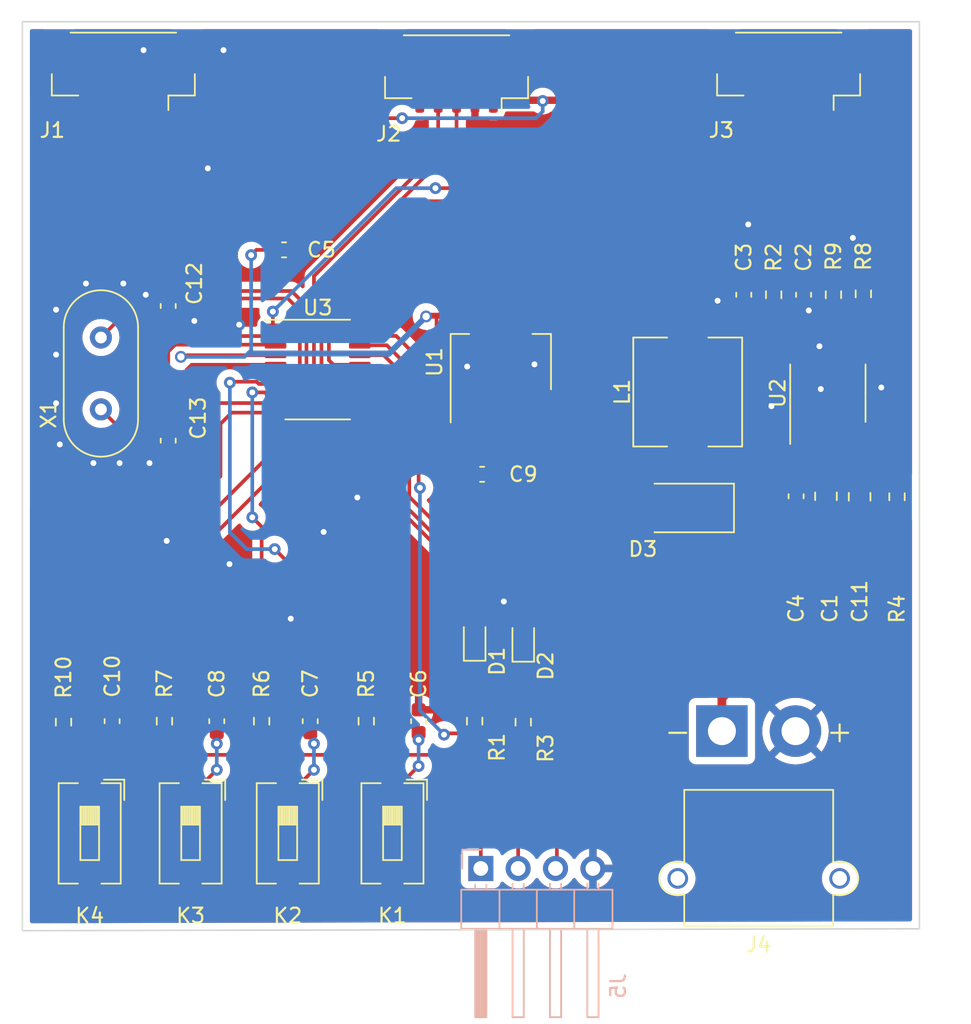
<source format=kicad_pcb>
(kicad_pcb (version 20211014) (generator pcbnew)
  (layers (0 "F.Cu" signal) (31 "B.Cu" signal) (34 "B.Paste" user) (35 "F.Paste" user) (36 "B.SilkS" user "B.Silkscreen") (37 "F.SilkS" user "F.Silkscreen") (38 "B.Mask" user) (39 "F.Mask" user) (44 "Edge.Cuts" user))
  (net 0 "")
  (net 1 "GND")
  (net 2 "+24V")
  (net 3 "Net-(C2-Pad2)")
  (net 4 "Net-(C3-Pad1)")
  (net 5 "Net-(C4-Pad1)")
  (net 6 "Net-(C4-Pad2)")
  (net 7 "+3V3")
  (net 8 "/KEY1")
  (net 9 "/KEY2")
  (net 10 "/KEY3")
  (net 11 "+5V")
  (net 12 "Net-(C10-Pad2)")
  (net 13 "Net-(C12-Pad2)")
  (net 14 "Net-(C13-Pad2)")
  (net 15 "Net-(D1-Pad1)")
  (net 16 "/LED1")
  (net 17 "Net-(D2-Pad1)")
  (net 18 "/SWDIO")
  (net 19 "/SWCLK")
  (net 20 "Net-(R4-Pad1)")
  (net 21 "Net-(R8-Pad2)")
  (net 23 "/SENSOR3")
  (net 24 "/SENSOR1")
  (net 25 "/SENSOR2")
  (net 26 "/PWM1")
  (net 27 "/PWM2")
  (net 28 "/PWM3")
  (net 29 "/PWM4")
  (net 30 "/PWM5")
  (net 31 "/PWM6")
  (footprint "Capacitor_SMD:C_0805_2012Metric" (layer "F.Cu") (at 182.626 113.506 90)
    (fp_text reference "C1")
    (fp_text value "47uF")
  )
  (footprint "Connector_JST:JST_GH_SM05B-GHS-TB_1x05-1MP_P1.25mm_Horizontal" (layer "F.Cu") (at 180.086 84.582 180)
    (fp_text reference "J3")
    (fp_text value "OUTPUT3")
  )
  (footprint "Package_SO:HSOP-8-1EP_3.9x4.9mm_P1.27mm_EP2.41x3.1mm" (layer "F.Cu") (at 182.753 106.504 90)
    (fp_text reference "U2")
    (fp_text value "TPS54540")
  )
  (footprint "Connector_AMASS:AMASS_XT30PW-M_1x02_P2.50mm_Horizontal" (layer "F.Cu") (at 175.554 129.453 180)
    (fp_text reference "J4")
    (fp_text value "Conn_01x02")
  )
  (footprint "Connector_JST:JST_GH_SM05B-GHS-TB_1x05-1MP_P1.25mm_Horizontal" (layer "F.Cu") (at 157.52 84.764 180)
    (fp_text reference "J2")
    (fp_text value "OUTPUT2")
  )
  (footprint "Capacitor_SMD:C_0603_1608Metric" (layer "F.Cu") (at 177.038 99.822 90)
    (fp_text reference "C3")
    (fp_text value "6.8pF")
  )
  (footprint "Diode_SMD:D_SMA" (layer "F.Cu") (at 172.974 114.3 180)
    (fp_text reference "D3")
    (fp_text value "1N4007")
  )
  (footprint "Capacitor_SMD:C_0603_1608Metric" (layer "F.Cu") (at 159.258 112.014 180)
    (fp_text reference "C9")
    (fp_text value "47uF")
  )
  (footprint "Package_TO_SOT_SMD:SOT-223-3_TabPin2" (layer "F.Cu") (at 160.528 104.394 90)
    (fp_text reference "U1")
    (fp_text value "AMS1117-3.3")
  )
  (footprint "Resistor_SMD:R_0603_1608Metric" (layer "F.Cu") (at 137.668 128.778 90)
    (fp_text reference "R7")
    (fp_text value "10k")
  )
  (footprint "Inductor_SMD:L_7.3x7.3_H4.5" (layer "F.Cu") (at 173.228 106.426 90)
    (fp_text reference "L1")
    (fp_text value "Inductor")
  )
  (footprint "Resistor_SMD:R_0603_1608Metric" (layer "F.Cu") (at 130.81 128.841 -90)
    (fp_text reference "R10")
    (fp_text value "10k")
  )
  (footprint "Button_Switch_SMD:SW_DIP_SPSTx01_Slide_6.7x4.1mm_W6.73mm_P2.54mm_LowProfile_JPin" (layer "F.Cu") (at 146.05 136.398 -90)
    (fp_text reference "K2")
    (fp_text value "Key" hide)
  )
  (footprint "Capacitor_SMD:C_0603_1608Metric" (layer "F.Cu") (at 141.224 128.778 -90)
    (fp_text reference "C8")
    (fp_text value "100nF")
  )
  (footprint "Button_Switch_SMD:SW_DIP_SPSTx01_Slide_6.7x4.1mm_W6.73mm_P2.54mm_LowProfile_JPin" (layer "F.Cu") (at 132.588 136.398 -90)
    (fp_text reference "K4")
    (fp_text value "Key" hide)
  )
  (footprint "LED_SMD:LED_0603_1608Metric" (layer "F.Cu") (at 162.052 123.253 90)
    (fp_text reference "D2")
    (fp_text value "LED")
  )
  (footprint "Crystal:Crystal_HC49-U_Vertical" (layer "F.Cu") (at 133.35 107.606 90)
    (fp_text reference "X1")
    (fp_text value "8M")
  )
  (footprint "Resistor_SMD:R_0603_1608Metric" (layer "F.Cu") (at 158.75 128.778 90)
    (fp_text reference "R1")
    (fp_text value "10k")
  )
  (footprint "Capacitor_SMD:C_0603_1608Metric" (layer "F.Cu") (at 134.112 128.778 -90)
    (fp_text reference "C10")
    (fp_text value "100nF")
  )
  (footprint "Capacitor_SMD:C_0603_1608Metric" (layer "F.Cu") (at 137.922 100.584 -90)
    (fp_text reference "C12")
    (fp_text value "22pF")
  )
  (footprint "Button_Switch_SMD:SW_DIP_SPSTx01_Slide_6.7x4.1mm_W6.73mm_P2.54mm_LowProfile_JPin" (layer "F.Cu") (at 139.446 136.398 -90)
    (fp_text reference "K3")
    (fp_text value "Key" hide)
  )
  (footprint "Capacitor_SMD:C_0603_1608Metric" (layer "F.Cu") (at 154.94 128.778 -90)
    (fp_text reference "C6")
    (fp_text value "100nF")
  )
  (footprint "Capacitor_SMD:C_0603_1608Metric" (layer "F.Cu") (at 180.594 113.506 -90)
    (fp_text reference "C4")
    (fp_text value "100nF")
  )
  (footprint "Capacitor_SMD:C_0603_1608Metric" (layer "F.Cu") (at 145.796 96.774 180)
    (fp_text reference "C5")
    (fp_text value "47uF")
  )
  (footprint "LED_SMD:LED_0603_1608Metric" (layer "F.Cu") (at 158.75 123.19 90)
    (fp_text reference "D1")
    (fp_text value "LED")
  )
  (footprint "Resistor_SMD:R_0603_1608Metric" (layer "F.Cu") (at 185.166 99.759 -90)
    (fp_text reference "R8")
    (fp_text value "11.5k")
  )
  (footprint "Button_Switch_SMD:SW_DIP_SPSTx01_Slide_6.7x4.1mm_W6.73mm_P2.54mm_LowProfile_JPin" (layer "F.Cu") (at 153.162 136.398 -90)
    (fp_text reference "K1")
    (fp_text value "Key" hide)
  )
  (footprint "Capacitor_SMD:C_0603_1608Metric" (layer "F.Cu") (at 137.922 109.728 90)
    (fp_text reference "C13")
    (fp_text value "22pF")
  )
  (footprint "Package_SO:TSSOP-20_4.4x6.5mm_P0.65mm" (layer "F.Cu") (at 148.082 104.902)
    (fp_text reference "U3")
    (fp_text value "STM32G030F6Px")
  )
  (footprint "Resistor_SMD:R_0603_1608Metric" (layer "F.Cu") (at 179.07 99.822 90)
    (fp_text reference "R2")
    (fp_text value "18.7k")
  )
  (footprint "Resistor_SMD:R_0603_1608Metric" (layer "F.Cu") (at 151.384 128.778 90)
    (fp_text reference "R5")
    (fp_text value "10k")
  )
  (footprint "Resistor_SMD:R_0603_1608Metric" (layer "F.Cu") (at 162.052 128.841 90)
    (fp_text reference "R3")
    (fp_text value "10k")
  )
  (footprint "Capacitor_SMD:C_0805_2012Metric" (layer "F.Cu") (at 184.912 113.538 90)
    (fp_text reference "C11")
    (fp_text value "47uF")
  )
  (footprint "Capacitor_SMD:C_0603_1608Metric" (layer "F.Cu") (at 181.102 99.822 90)
    (fp_text reference "C2")
    (fp_text value "6.8nF")
  )
  (footprint "Capacitor_SMD:C_0603_1608Metric" (layer "F.Cu") (at 147.574 128.778 -90)
    (fp_text reference "C7")
    (fp_text value "100nF")
  )
  (footprint "Resistor_SMD:R_0603_1608Metric" (layer "F.Cu") (at 187.452 113.538 -90)
    (fp_text reference "R4")
    (fp_text value "205k")
  )
  (footprint "Resistor_SMD:R_0603_1608Metric" (layer "F.Cu") (at 183.134 99.822 90)
    (fp_text reference "R9")
    (fp_text value "60.4k")
  )
  (footprint "Connector_JST:JST_GH_SM05B-GHS-TB_1x05-1MP_P1.25mm_Horizontal" (layer "F.Cu") (at 134.874 84.582 180)
    (fp_text reference "J1")
    (fp_text value "OUTPUT1")
  )
  (footprint "Resistor_SMD:R_0603_1608Metric" (layer "F.Cu") (at 144.272 128.778 90)
    (fp_text reference "R6")
    (fp_text value "10k")
  )
  (footprint "Connector_PinHeader_2.54mm:PinHeader_1x04_P2.54mm_Horizontal" (layer "B.Cu") (at 159.1664 138.7794 -90)
    (fp_text reference "J5")
    (fp_text value "Conn_01x04")
  )
  (gr_line (start 188.976 81.28) (end 188.976 142.875) (layer "Edge.Cuts") (width 0.1))
  (gr_line (start 128.016 143.002) (end 128.016 81.28) (layer "Edge.Cuts") (width 0.1))
  (gr_line (start 128.016 81.28) (end 188.976 81.28) (layer "Edge.Cuts") (width 0.1))
  (gr_line (start 188.976 142.875) (end 129.032 143.002) (layer "Edge.Cuts") (width 0.1))
  (gr_line (start 129.032 143.002) (end 128.016 143.002) (layer "Edge.Cuts") (width 0.1))
  (segment (start 137.922 99.809) (end 137.922 100.076) (width 0.25) (layer "F.Cu") (net 1))
  (segment (start 130.302 100.33) (end 131.572 99.06) (width 0.25) (layer "F.Cu") (net 1))
  (segment (start 138.925 110.503) (end 139.192 110.236) (width 0.25) (layer "F.Cu") (net 1))
  (segment (start 130.302 109.982) (end 130.302 100.33) (width 0.25) (layer "F.Cu") (net 1))
  (segment (start 135.128 99.06) (end 135.89 99.822) (width 0.25) (layer "F.Cu") (net 1))
  (segment (start 137.909 99.822) (end 137.922 99.809) (width 0.25) (layer "F.Cu") (net 1))
  (segment (start 139.192 104.902) (end 139.517 104.577) (width 0.25) (layer "F.Cu") (net 1))
  (segment (start 137.922 110.503) (end 138.925 110.503) (width 0.25) (layer "F.Cu") (net 1))
  (segment (start 139.7 101.854) (end 142.748 101.854) (width 0.25) (layer "F.Cu") (net 1))
  (segment (start 139.517 104.577) (end 145.2195 104.577) (width 0.25) (layer "F.Cu") (net 1))
  (segment (start 135.89 99.822) (end 137.909 99.822) (width 0.25) (layer "F.Cu") (net 1))
  (segment (start 136.652 111.252) (end 131.572 111.252) (width 0.25) (layer "F.Cu") (net 1))
  (segment (start 131.572 99.06) (end 135.128 99.06) (width 0.25) (layer "F.Cu") (net 1))
  (segment (start 137.922 110.503) (end 137.173 111.252) (width 0.25) (layer "F.Cu") (net 1))
  (segment (start 139.192 110.236) (end 139.192 104.902) (width 0.25) (layer "F.Cu") (net 1))
  (segment (start 137.173 111.252) (end 136.652 111.252) (width 0.25) (layer "F.Cu") (net 1))
  (segment (start 137.922 100.076) (end 139.7 101.854) (width 0.25) (layer "F.Cu") (net 1))
  (segment (start 131.572 111.252) (end 130.302 109.982) (width 0.25) (layer "F.Cu") (net 1))
  (via (at 178.9176 107.3912) (size 0.8) (drill 0.4) (layers "F.Cu" "B.Cu") (net 1))
  (via (at 130.302 100.838) (size 0.8) (drill 0.4) (layers "F.Cu" "B.Cu") (net 1))
  (via (at 134.62 111.252) (size 0.8) (drill 0.4) (layers "F.Cu" "B.Cu") (net 1))
  (via (at 136.2456 83.2104) (size 0.8) (drill 0.4) (layers "F.Cu" "B.Cu") (net 1))
  (via (at 136.398 99.822) (size 0.8) (drill 0.4) (layers "F.Cu" "B.Cu") (net 1))
  (via (at 177.3428 95.0468) (size 0.8) (drill 0.4) (layers "F.Cu" "B.Cu") (net 1))
  (via (at 132.334 99.06) (size 0.8) (drill 0.4) (layers "F.Cu" "B.Cu") (net 1))
  (via (at 184.4548 95.9612) (size 0.8) (drill 0.4) (layers "F.Cu" "B.Cu") (net 1))
  (via (at 142.748 101.854) (size 0.8) (drill 0.4) (layers "F.Cu" "B.Cu") (net 1))
  (via (at 160.7312 120.65) (size 0.8) (drill 0.4) (layers "F.Cu" "B.Cu") (net 1))
  (via (at 132.842 111.252) (size 0.8) (drill 0.4) (layers "F.Cu" "B.Cu") (net 1))
  (via (at 139.7 101.6) (size 0.8) (drill 0.4) (layers "F.Cu" "B.Cu") (net 1))
  (via (at 130.302 103.886) (size 0.8) (drill 0.4) (layers "F.Cu" "B.Cu") (net 1))
  (via (at 162.814 104.5464) (size 0.8) (drill 0.4) (layers "F.Cu" "B.Cu") (net 1))
  (via (at 140.6144 91.2368) (size 0.8) (drill 0.4) (layers "F.Cu" "B.Cu") (net 1))
  (via (at 136.652 111.252) (size 0.8) (drill 0.4) (layers "F.Cu" "B.Cu") (net 1))
  (via (at 158.242 104.6988) (size 0.8) (drill 0.4) (layers "F.Cu" "B.Cu") (net 1))
  (via (at 181.4576 100.8888) (size 0.8) (drill 0.4) (layers "F.Cu" "B.Cu") (net 1))
  (via (at 130.302 107.188) (size 0.8) (drill 0.4) (layers "F.Cu" "B.Cu") (net 1))
  (via (at 146.2532 121.8184) (size 0.8) (drill 0.4) (layers "F.Cu" "B.Cu") (net 1))
  (via (at 182.181296 103.319139) (size 0.8) (drill 0.4) (layers "F.Cu" "B.Cu") (net 1))
  (via (at 186.3852 106.1212) (size 0.8) (drill 0.4) (layers "F.Cu" "B.Cu") (net 1))
  (via (at 150.7744 113.5888) (size 0.8) (drill 0.4) (layers "F.Cu" "B.Cu") (net 1))
  (via (at 141.6812 83.2104) (size 0.8) (drill 0.4) (layers "F.Cu" "B.Cu") (net 1))
  (via (at 142.0876 118.11) (size 0.8) (drill 0.4) (layers "F.Cu" "B.Cu") (net 1))
  (via (at 137.8204 116.5352) (size 0.8) (drill 0.4) (layers "F.Cu" "B.Cu") (net 1))
  (via (at 148.4884 115.9256) (size 0.8) (drill 0.4) (layers "F.Cu" "B.Cu") (net 1))
  (via (at 130.556 109.982) (size 0.8) (drill 0.4) (layers "F.Cu" "B.Cu") (net 1))
  (via (at 175.26 100.2284) (size 0.8) (drill 0.4) (layers "F.Cu" "B.Cu") (net 1))
  (via (at 182.2704 106.2228) (size 0.8) (drill 0.4) (layers "F.Cu" "B.Cu") (net 1))
  (via (at 134.874 99.06) (size 0.8) (drill 0.4) (layers "F.Cu" "B.Cu") (net 1))
  (segment (start 186.137 113.493) (end 186.137 122.981) (width 0.6) (layer "F.Cu") (net 2))
  (segment (start 182.626 112.556) (end 184.88 112.556) (width 0.6) (layer "F.Cu") (net 2))
  (segment (start 186.137 122.981) (end 183.896 125.222) (width 0.6) (layer "F.Cu") (net 2))
  (segment (start 175.554 127.214) (end 175.554 129.453) (width 0.6) (layer "F.Cu") (net 2))
  (segment (start 185.232 112.588) (end 186.137 113.493) (width 0.6) (layer "F.Cu") (net 2))
  (segment (start 184.88 112.556) (end 184.912 112.588) (width 0.6) (layer "F.Cu") (net 2))
  (segment (start 184.912 112.588) (end 185.232 112.588) (width 0.6) (layer "F.Cu") (net 2))
  (segment (start 183.896 125.222) (end 177.546 125.222) (width 0.6) (layer "F.Cu") (net 2))
  (segment (start 177.546 125.222) (end 175.554 127.214) (width 0.6) (layer "F.Cu") (net 2))
  (segment (start 182.626 112.556) (end 182.533 112.556) (width 0.6) (layer "F.Cu") (net 2))
  (segment (start 182.533 112.556) (end 182.118 112.141) (width 0.6) (layer "F.Cu") (net 2))
  (segment (start 182.118 112.141) (end 182.118 109.154) (width 0.6) (layer "F.Cu") (net 2))
  (segment (start 179.07 98.997) (end 181.052 98.997) (width 0.25) (layer "F.Cu") (net 3))
  (segment (start 181.052 98.997) (end 181.102 99.047) (width 0.25) (layer "F.Cu") (net 3))
  (segment (start 182.88 102.108) (end 179.578 102.108) (width 0.25) (layer "F.Cu") (net 4))
  (segment (start 183.388 103.854) (end 183.388 102.616) (width 0.25) (layer "F.Cu") (net 4))
  (segment (start 183.388 102.616) (end 182.88 102.108) (width 0.25) (layer "F.Cu") (net 4))
  (segment (start 179.07 101.6) (end 179.07 100.647) (width 0.25) (layer "F.Cu") (net 4))
  (segment (start 179.02 100.597) (end 179.07 100.647) (width 0.25) (layer "F.Cu") (net 4))
  (segment (start 179.578 102.108) (end 179.07 101.6) (width 0.25) (layer "F.Cu") (net 4))
  (segment (start 177.038 100.597) (end 179.02 100.597) (width 0.25) (layer "F.Cu") (net 4))
  (segment (start 180.848 112.477) (end 180.594 112.731) (width 0.25) (layer "F.Cu") (net 5))
  (segment (start 180.848 109.154) (end 180.848 112.477) (width 0.5) (layer "F.Cu") (net 5))
  (segment (start 180.848 103.854) (end 177.324 103.854) (width 0.5) (layer "F.Cu") (net 6))
  (segment (start 180.594 114.281) (end 180.575 114.3) (width 0.25) (layer "F.Cu") (net 6))
  (segment (start 174.974 112.554) (end 174.974 114.3) (width 0.5) (layer "F.Cu") (net 6))
  (segment (start 173.228 109.626) (end 173.228 110.744) (width 0.5) (layer "F.Cu") (net 6))
  (segment (start 175.006 112.522) (end 174.974 112.554) (width 0.5) (layer "F.Cu") (net 6))
  (segment (start 177.324 103.854) (end 173.228 107.95) (width 0.5) (layer "F.Cu") (net 6))
  (segment (start 180.575 114.3) (end 174.974 114.3) (width 0.5) (layer "F.Cu") (net 6))
  (segment (start 173.228 107.95) (end 173.228 109.626) (width 0.5) (layer "F.Cu") (net 6))
  (segment (start 173.228 110.744) (end 175.006 112.522) (width 0.5) (layer "F.Cu") (net 6))
  (segment (start 158.496 131.064) (end 158.75 130.81) (width 0.25) (layer "F.Cu") (net 7))
  (segment (start 129.667 135.509) (end 129.667 129.159) (width 0.25) (layer "F.Cu") (net 7))
  (segment (start 130.81 136.652) (end 129.667 135.509) (width 0.25) (layer "F.Cu") (net 7))
  (segment (start 139.233 103.927) (end 145.2195 103.927) (width 0.25) (layer "F.Cu") (net 7))
  (segment (start 139.1216 104.0384) (end 139.233 103.927) (width 0.25) (layer "F.Cu") (net 7))
  (segment (start 129.667 129.159) (end 130.81 128.016) (width 0.25) (layer "F.Cu") (net 7))
  (segment (start 161.989 129.603) (end 162.052 129.666) (width 0.25) (layer "F.Cu") (net 7))
  (segment (start 156.1592 109.1692) (end 154.94 110.3884) (width 0.25) (layer "F.Cu") (net 7))
  (segment (start 160.528 101.244) (end 156.3112 101.244) (width 0.4) (layer "F.Cu") (net 7))
  (segment (start 159.1664 138.7794) (end 159.1664 131.2264) (width 0.25) (layer "F.Cu") (net 7))
  (segment (start 159.1664 131.2264) (end 158.75 130.81) (width 0.25) (layer "F.Cu") (net 7))
  (segment (start 139.129 131.064) (end 143.51 131.064) (width 0.25) (layer "F.Cu") (net 7))
  (segment (start 143.9164 96.774) (end 143.5608 97.1296) (width 0.25) (layer "F.Cu") (net 7))
  (segment (start 143.51 131.064) (end 144.272 130.302) (width 0.25) (layer "F.Cu") (net 7))
  (segment (start 145.034 131.064) (end 150.876 131.064) (width 0.25) (layer "F.Cu") (net 7))
  (segment (start 154.94 112.9284) (end 155.0295 112.9284) (width 0.25) (layer "F.Cu") (net 7))
  (segment (start 151.892 131.064) (end 158.496 131.064) (width 0.25) (layer "F.Cu") (net 7))
  (segment (start 156.1592 101.396) (end 156.1592 109.1692) (width 0.25) (layer "F.Cu") (net 7))
  (segment (start 137.605 129.54) (end 136.398 129.54) (width 0.25) (layer "F.Cu") (net 7))
  (segment (start 134.874 136.652) (end 130.81 136.652) (width 0.25) (layer "F.Cu") (net 7))
  (segment (start 151.384 130.556) (end 151.892 131.064) (width 0.25) (layer "F.Cu") (net 7))
  (segment (start 135.763 130.175) (end 135.763 135.763) (width 0.25) (layer "F.Cu") (net 7))
  (segment (start 158.75 129.603) (end 161.989 129.603) (width 0.25) (layer "F.Cu") (net 7))
  (segment (start 156.3112 101.244) (end 156.1592 101.396) (width 0.25) (layer "F.Cu") (net 7))
  (segment (start 158.75 129.603) (end 156.7566 129.603) (width 0.25) (layer "F.Cu") (net 7))
  (segment (start 156.7566 129.603) (end 156.6672 129.6924) (width 0.25) (layer "F.Cu") (net 7))
  (segment (start 155.4992 101.244) (end 155.448 101.2952) (width 0.4) (layer "F.Cu") (net 7))
  (segment (start 137.668 129.603) (end 139.129 131.064) (width 0.25) (layer "F.Cu") (net 7))
  (segment (start 160.528 107.544) (end 160.528 101.244) (width 0.4) (layer "F.Cu") (net 7))
  (segment (start 156.3112 101.244) (end 155.4992 101.244) (width 0.4) (layer "F.Cu") (net 7))
  (segment (start 158.75 130.81) (end 158.75 129.603) (width 0.25) (layer "F.Cu") (net 7))
  (segment (start 137.668 129.603) (end 137.605 129.54) (width 0.25) (layer "F.Cu") (net 7))
  (segment (start 150.876 131.064) (end 151.384 130.556) (width 0.25) (layer "F.Cu") (net 7))
  (segment (start 144.272 130.302) (end 144.272 129.603) (width 0.25) (layer "F.Cu") (net 7))
  (segment (start 138.7856 104.0384) (end 139.1216 104.0384) (width 0.25) (layer "F.Cu") (net 7))
  (segment (start 145.021 96.774) (end 143.9164 96.774) (width 0.25) (layer "F.Cu") (net 7))
  (segment (start 135.763 135.763) (end 134.874 136.652) (width 0.25) (layer "F.Cu") (net 7))
  (segment (start 151.384 130.556) (end 151.384 129.603) (width 0.25) (layer "F.Cu") (net 7))
  (segment (start 144.272 130.302) (end 145.034 131.064) (width 0.25) (layer "F.Cu") (net 7))
  (segment (start 136.398 129.54) (end 135.763 130.175) (width 0.25) (layer "F.Cu") (net 7))
  (segment (start 154.94 110.3884) (end 154.94 112.9284) (width 0.25) (layer "F.Cu") (net 7))
  (via (at 155.0295 112.9284) (size 0.8) (drill 0.4) (layers "F.Cu" "B.Cu") (net 7))
  (via (at 156.6672 129.6924) (size 0.8) (drill 0.4) (layers "F.Cu" "B.Cu") (net 7))
  (via (at 143.5608 97.1296) (size 0.8) (drill 0.4) (layers "F.Cu" "B.Cu") (net 7))
  (via (at 138.7856 104.0384) (size 0.8) (drill 0.5) (layers "F.Cu" "B.Cu") (net 7))
  (via (at 155.448 101.2952) (size 0.8) (drill 0.5) (layers "F.Cu" "B.Cu") (net 7))
  (segment (start 143.1036 104.0384) (end 138.7856 104.0384) (width 0.25) (layer "B.Cu") (net 7))
  (segment (start 143.5608 103.5812) (end 143.383 103.759) (width 0.25) (layer "B.Cu") (net 7))
  (segment (start 152.908 103.8352) (end 152.654 103.8352) (width 0.4) (layer "B.Cu") (net 7))
  (segment (start 155.448 101.2952) (end 152.908 103.8352) (width 0.4) (layer "B.Cu") (net 7))
  (segment (start 143.383 103.759) (end 143.1036 104.0384) (width 0.25) (layer "B.Cu") (net 7))
  (segment (start 143.5608 97.1296) (end 143.5608 103.5812) (width 0.25) (layer "B.Cu") (net 7))
  (segment (start 143.548 97.1424) (end 143.5608 97.1296) (width 0.4) (layer "B.Cu") (net 7))
  (segment (start 155.0295 128.0547) (end 156.6672 129.6924) (width 0.25) (layer "B.Cu") (net 7))
  (segment (start 152.9334 103.8098) (end 143.4338 103.8098) (width 0.4) (layer "B.Cu") (net 7))
  (segment (start 155.0295 112.9284) (end 155.0295 128.0547) (width 0.25) (layer "B.Cu") (net 7))
  (segment (start 151.384 123.317) (end 145.161 117.094) (width 0.25) (layer "F.Cu") (net 8))
  (segment (start 143.937305 105.7275) (end 144.086805 105.877) (width 0.25) (layer "F.Cu") (net 8))
  (segment (start 153.162 133.033) (end 153.733 133.033) (width 0.25) (layer "F.Cu") (net 8))
  (segment (start 144.086805 105.877) (end 145.2195 105.877) (width 0.25) (layer "F.Cu") (net 8))
  (segment (start 151.384 127.953) (end 151.384 123.317) (width 0.25) (layer "F.Cu") (net 8))
  (segment (start 142.113 105.791) (end 142.1765 105.7275) (width 0.25) (layer "F.Cu") (net 8))
  (segment (start 151.384 127.953) (end 153.34 127.953) (width 0.25) (layer "F.Cu") (net 8))
  (segment (start 153.733 133.033) (end 154.94 131.826) (width 0.25) (layer "F.Cu") (net 8))
  (segment (start 142.1765 105.7275) (end 143.937305 105.7275) (width 0.25) (layer "F.Cu") (net 8))
  (segment (start 154.94 130.048) (end 154.94 129.553) (width 0.25) (layer "F.Cu") (net 8))
  (segment (start 153.34 127.953) (end 154.94 129.553) (width 0.25) (layer "F.Cu") (net 8))
  (via (at 154.94 130.048) (size 0.8) (drill 0.4) (layers "F.Cu" "B.Cu") (net 8))
  (via (at 145.161 117.094) (size 0.8) (drill 0.4) (layers "F.Cu" "B.Cu") (net 8))
  (via (at 154.94 131.826) (size 0.8) (drill 0.4) (layers "F.Cu" "B.Cu") (net 8))
  (via (at 142.113 105.791) (size 0.8) (drill 0.4) (layers "F.Cu" "B.Cu") (net 8))
  (segment (start 142.113 115.951) (end 142.113 105.791) (width 0.25) (layer "B.Cu") (net 8))
  (segment (start 145.161 117.094) (end 143.256 117.094) (width 0.25) (layer "B.Cu") (net 8))
  (segment (start 154.94 130.302) (end 154.94 130.048) (width 0.25) (layer "B.Cu") (net 8))
  (segment (start 154.94 131.826) (end 154.94 130.302) (width 0.25) (layer "B.Cu") (net 8))
  (segment (start 143.256 117.094) (end 142.113 115.951) (width 0.25) (layer "B.Cu") (net 8))
  (segment (start 146.05 133.033) (end 146.875 133.033) (width 0.25) (layer "F.Cu") (net 9))
  (segment (start 144.272 115.57) (end 143.637 114.935) (width 0.25) (layer "F.Cu") (net 9))
  (segment (start 144.272 127.953) (end 144.272 115.57) (width 0.25) (layer "F.Cu") (net 9))
  (segment (start 145.145 106.4525) (end 145.2195 106.527) (width 0.25) (layer "F.Cu") (net 9))
  (segment (start 146.875 133.033) (end 147.828 132.08) (width 0.25) (layer "F.Cu") (net 9))
  (segment (start 143.637 106.4525) (end 145.145 106.4525) (width 0.25) (layer "F.Cu") (net 9))
  (segment (start 147.828 129.807) (end 147.574 129.553) (width 0.25) (layer "F.Cu") (net 9))
  (segment (start 145.974 127.953) (end 147.574 129.553) (width 0.25) (layer "F.Cu") (net 9))
  (segment (start 144.272 127.953) (end 145.974 127.953) (width 0.25) (layer "F.Cu") (net 9))
  (segment (start 147.828 130.302) (end 147.828 129.807) (width 0.25) (layer "F.Cu") (net 9))
  (via (at 147.828 130.302) (size 0.8) (drill 0.4) (layers "F.Cu" "B.Cu") (net 9))
  (via (at 143.637 106.4525) (size 0.8) (drill 0.4) (layers "F.Cu" "B.Cu") (net 9))
  (via (at 143.637 114.935) (size 0.8) (drill 0.4) (layers "F.Cu" "B.Cu") (net 9))
  (via (at 147.828 132.08) (size 0.8) (drill 0.4) (layers "F.Cu" "B.Cu") (net 9))
  (segment (start 143.637 114.935) (end 143.637 106.4525) (width 0.25) (layer "B.Cu") (net 9))
  (segment (start 147.828 132.08) (end 147.828 130.302) (width 0.25) (layer "B.Cu") (net 9))
  (segment (start 152.527 109.22) (end 152.527 107.442) (width 0.25) (layer "F.Cu") (net 10))
  (segment (start 152.262 107.177) (end 150.9445 107.177) (width 0.25) (layer "F.Cu") (net 10))
  (segment (start 139.446 133.033) (end 140.271 133.033) (width 0.25) (layer "F.Cu") (net 10))
  (segment (start 146.05 111.125) (end 150.622 111.125) (width 0.25) (layer "F.Cu") (net 10))
  (segment (start 139.624 127.953) (end 141.224 129.553) (width 0.25) (layer "F.Cu") (net 10))
  (segment (start 137.668 127.953) (end 139.624 127.953) (width 0.25) (layer "F.Cu") (net 10))
  (segment (start 152.527 107.442) (end 152.262 107.177) (width 0.25) (layer "F.Cu") (net 10))
  (segment (start 137.668 127.953) (end 137.668 119.507) (width 0.25) (layer "F.Cu") (net 10))
  (segment (start 137.668 119.507) (end 146.05 111.125) (width 0.25) (layer "F.Cu") (net 10))
  (segment (start 150.622 111.125) (end 152.527 109.22) (width 0.25) (layer "F.Cu") (net 10))
  (segment (start 140.271 133.033) (end 141.224 132.08) (width 0.25) (layer "F.Cu") (net 10))
  (via (at 141.224 130.302) (size 0.8) (drill 0.4) (layers "F.Cu" "B.Cu") (net 10))
  (via (at 141.224 132.08) (size 0.8) (drill 0.4) (layers "F.Cu" "B.Cu") (net 10))
  (segment (start 141.224 132.08) (end 141.224 130.556) (width 0.25) (layer "B.Cu") (net 10))
  (segment (start 141.224 130.556) (end 141.224 130.302) (width 0.25) (layer "B.Cu") (net 10))
  (segment (start 166.5732 112.8776) (end 165.608 113.8428) (width 0.4) (layer "F.Cu") (net 11))
  (segment (start 162.0012 110.2868) (end 162.828 109.46) (width 0.4) (layer "F.Cu") (net 11))
  (segment (start 137.6384 86.432) (end 139.0396 87.8332) (width 0.25) (layer "F.Cu") (net 11))
  (segment (start 182.586 86.432) (end 182.586 85.6596) (width 0.5) (layer "F.Cu") (net 11))
  (segment (start 159.2072 110.2868) (end 162.0012 110.2868) (width 0.4) (layer "F.Cu") (net 11))
  (segment (start 159.3088 113.8428) (end 158.483 113.017) (width 0.4) (layer "F.Cu") (net 11))
  (segment (start 166.5224 107.696) (end 166.5224 112.8268) (width 0.4) (layer "F.Cu") (net 11))
  (segment (start 137.374 86.432) (end 137.6384 86.432) (width 0.25) (layer "F.Cu") (net 11))
  (segment (start 173.228 103.226) (end 170.9924 103.226) (width 0.4) (layer "F.Cu") (net 11))
  (segment (start 181.9656 97.028) (end 182.372 97.028) (width 0.5) (layer "F.Cu") (net 11))
  (segment (start 166.5224 112.8268) (end 166.5732 112.8776) (width 0.4) (layer "F.Cu") (net 11))
  (segment (start 158.483 112.014) (end 158.483 111.011) (width 0.4) (layer "F.Cu") (net 11))
  (segment (start 181.61 84.6836) (end 177.2412 84.6836) (width 0.5) (layer "F.Cu") (net 11))
  (segment (start 182.586 85.6596) (end 181.61 84.6836) (width 0.5) (layer "F.Cu") (net 11))
  (segment (start 181.9656 97.028) (end 181.9656 89.916) (width 0.5) (layer "F.Cu") (net 11))
  (segment (start 162.828 109.46) (end 162.828 107.544) (width 0.4) (layer "F.Cu") (net 11))
  (segment (start 158.483 111.011) (end 159.2072 110.2868) (width 0.4) (layer "F.Cu") (net 11))
  (segment (start 175.3108 86.614) (end 160.02 86.614) (width 0.5) (layer "F.Cu") (net 11))
  (segment (start 177.2412 84.6836) (end 175.3108 86.614) (width 0.5) (layer "F.Cu") (net 11))
  (segment (start 183.134 97.79) (end 183.134 98.997) (width 0.5) (layer "F.Cu") (net 11))
  (segment (start 158.483 113.017) (end 158.483 112.014) (width 0.4) (layer "F.Cu") (net 11))
  (segment (start 139.0396 87.8332) (end 153.8224 87.8332) (width 0.25) (layer "F.Cu") (net 11))
  (segment (start 182.586 89.2956) (end 182.586 86.432) (width 0.5) (layer "F.Cu") (net 11))
  (segment (start 170.9924 103.226) (end 166.5224 107.696) (width 0.4) (layer "F.Cu") (net 11))
  (segment (start 165.608 113.8428) (end 159.3088 113.8428) (width 0.4) (layer "F.Cu") (net 11))
  (segment (start 181.9656 89.916) (end 182.586 89.2956) (width 0.5) (layer "F.Cu") (net 11))
  (segment (start 173.228 98.552) (end 174.752 97.028) (width 0.5) (layer "F.Cu") (net 11))
  (segment (start 174.752 97.028) (end 181.9656 97.028) (width 0.5) (layer "F.Cu") (net 11))
  (segment (start 173.228 103.226) (end 173.228 98.552) (width 0.5) (layer "F.Cu") (net 11))
  (segment (start 182.372 97.028) (end 183.134 97.79) (width 0.5) (layer "F.Cu") (net 11))
  (via (at 163.3728 86.6648) (size 0.8) (drill 0.4) (layers "F.Cu" "B.Cu") (net 11))
  (via (at 153.8224 87.8332) (size 0.8) (drill 0.4) (layers "F.Cu" "B.Cu") (net 11))
  (segment (start 162.9156 87.8332) (end 163.3728 87.376) (width 0.25) (layer "B.Cu") (net 11))
  (segment (start 163.3728 87.376) (end 163.3728 86.6648) (width 0.25) (layer "B.Cu") (net 11))
  (segment (start 153.8224 87.8332) (end 162.9156 87.8332) (width 0.25) (layer "B.Cu") (net 11))
  (segment (start 146.431 109.093) (end 146.42 109.082) (width 0.25) (layer "F.Cu") (net 12))
  (segment (start 132.588 133.033) (end 132.588 129.792) (width 0.25) (layer "F.Cu") (net 12))
  (segment (start 132.587 129.666) (end 132.587 118.111) (width 0.25) (layer "F.Cu") (net 12))
  (segment (start 130.81 129.666) (end 132.587 129.666) (width 0.25) (layer "F.Cu") (net 12))
  (segment (start 132.588 129.792) (end 132.714 129.666) (width 0.25) (layer "F.Cu") (net 12))
  (segment (start 146.42 109.082) (end 146.42 105.526) (width 0.25) (layer "F.Cu") (net 12))
  (segment (start 132.587 129.666) (end 132.714 129.666) (width 0.25) (layer "F.Cu") (net 12))
  (segment (start 132.587 118.111) (end 135.763 114.935) (width 0.25) (layer "F.Cu") (net 12))
  (segment (start 146.121 105.227) (end 145.2195 105.227) (width 0.25) (layer "F.Cu") (net 12))
  (segment (start 132.714 129.666) (end 133.999 129.666) (width 0.25) (layer "F.Cu") (net 12))
  (segment (start 140.589 114.935) (end 146.431 109.093) (width 0.25) (layer "F.Cu") (net 12))
  (segment (start 135.763 114.935) (end 140.589 114.935) (width 0.25) (layer "F.Cu") (net 12))
  (segment (start 146.42 105.526) (end 146.121 105.227) (width 0.25) (layer "F.Cu") (net 12))
  (segment (start 133.999 129.666) (end 134.112 129.553) (width 0.25) (layer "F.Cu") (net 12))
  (segment (start 139.203 102.627) (end 145.2195 102.627) (width 0.25) (layer "F.Cu") (net 13))
  (segment (start 134.717 101.359) (end 133.35 102.726) (width 0.25) (layer "F.Cu") (net 13))
  (segment (start 137.922 101.359) (end 134.717 101.359) (width 0.25) (layer "F.Cu") (net 13))
  (segment (start 137.935 101.359) (end 139.203 102.627) (width 0.25) (layer "F.Cu") (net 13))
  (segment (start 137.922 101.359) (end 137.935 101.359) (width 0.25) (layer "F.Cu") (net 13))
  (segment (start 145.1543 103.2118) (end 145.2195 103.277) (width 0.25) (layer "F.Cu") (net 14))
  (segment (start 133.35 107.606) (end 134.697 108.953) (width 0.25) (layer "F.Cu") (net 14))
  (segment (start 137.922 103.6828) (end 138.393 103.2118) (width 0.25) (layer "F.Cu") (net 14))
  (segment (start 138.393 103.2118) (end 145.1543 103.2118) (width 0.25) (layer "F.Cu") (net 14))
  (segment (start 134.697 108.953) (end 137.922 108.953) (width 0.25) (layer "F.Cu") (net 14))
  (segment (start 137.922 108.953) (end 137.922 103.6828) (width 0.25) (layer "F.Cu") (net 14))
  (segment (start 158.75 127.953) (end 158.75 123.9775) (width 0.25) (layer "F.Cu") (net 15))
  (segment (start 153.289 114.046) (end 153.289 104.648) (width 0.25) (layer "F.Cu") (net 16))
  (segment (start 158.75 122.4025) (end 158.75 119.507) (width 0.25) (layer "F.Cu") (net 16))
  (segment (start 153.289 104.648) (end 152.568 103.927) (width 0.25) (layer "F.Cu") (net 16))
  (segment (start 158.75 119.507) (end 153.289 114.046) (width 0.25) (layer "F.Cu") (net 16))
  (segment (start 152.568 103.927) (end 150.9445 103.927) (width 0.25) (layer "F.Cu") (net 16))
  (segment (start 162.052 128.016) (end 162.052 124.0405) (width 0.25) (layer "F.Cu") (net 17))
  (segment (start 163.703 120.142) (end 162.814 119.253) (width 0.25) (layer "F.Cu") (net 18))
  (segment (start 162.814 119.253) (end 159.132396 119.253) (width 0.25) (layer "F.Cu") (net 18))
  (segment (start 153.739 104.209) (end 152.781 103.251) (width 0.25) (layer "F.Cu") (net 18))
  (segment (start 152.781 103.251) (end 150.9705 103.251) (width 0.25) (layer "F.Cu") (net 18))
  (segment (start 161.7064 138.7794) (end 161.7064 133.0606) (width 0.25) (layer "F.Cu") (net 18))
  (segment (start 150.9705 103.251) (end 150.9445 103.277) (width 0.25) (layer "F.Cu") (net 18))
  (segment (start 153.739 113.859604) (end 153.739 104.209) (width 0.25) (layer "F.Cu") (net 18))
  (segment (start 163.703 131.064) (end 163.703 120.142) (width 0.25) (layer "F.Cu") (net 18))
  (segment (start 161.7064 133.0606) (end 163.703 131.064) (width 0.25) (layer "F.Cu") (net 18))
  (segment (start 159.132396 119.253) (end 153.739 113.859604) (width 0.25) (layer "F.Cu") (net 18))
  (segment (start 164.338 119.888) (end 163.068 118.618) (width 0.25) (layer "F.Cu") (net 19))
  (segment (start 164.2464 138.7794) (end 164.338 138.6878) (width 0.25) (layer "F.Cu") (net 19))
  (segment (start 164.338 138.6878) (end 164.338 119.888) (width 0.25) (layer "F.Cu") (net 19))
  (segment (start 153.416 102.616) (end 150.9555 102.616) (width 0.25) (layer "F.Cu") (net 19))
  (segment (start 163.068 118.618) (end 159.385 118.618) (width 0.25) (layer "F.Cu") (net 19))
  (segment (start 154.305 113.538) (end 154.305 103.505) (width 0.25) (layer "F.Cu") (net 19))
  (segment (start 150.9555 102.616) (end 150.9445 102.627) (width 0.25) (layer "F.Cu") (net 19))
  (segment (start 154.305 103.505) (end 153.416 102.616) (width 0.25) (layer "F.Cu") (net 19))
  (segment (start 159.385 118.618) (end 154.305 113.538) (width 0.25) (layer "F.Cu") (net 19))
  (segment (start 187.452 112.713) (end 187.452 110.236) (width 0.25) (layer "F.Cu") (net 20))
  (segment (start 186.436 109.22) (end 184.912 109.22) (width 0.25) (layer "F.Cu") (net 20))
  (segment (start 187.452 110.236) (end 186.436 109.22) (width 0.25) (layer "F.Cu") (net 20))
  (segment (start 184.658 103.854) (end 184.658 103.124) (width 0.25) (layer "F.Cu") (net 21))
  (segment (start 185.166 102.616) (end 185.166 100.584) (width 0.25) (layer "F.Cu") (net 21))
  (segment (start 183.197 100.584) (end 183.134 100.647) (width 0.25) (layer "F.Cu") (net 21))
  (segment (start 184.658 103.124) (end 185.166 102.616) (width 0.25) (layer "F.Cu") (net 21))
  (segment (start 185.166 100.584) (end 183.197 100.584) (width 0.25) (layer "F.Cu") (net 21))
  (segment (start 177.586 90.13) (end 175.133 92.583) (width 0.25) (layer "F.Cu") (net 23))
  (segment (start 175.133 92.583) (end 156.083 92.583) (width 0.25) (layer "F.Cu") (net 23))
  (segment (start 145.034 100.965) (end 145.034 101.7915) (width 0.25) (layer "F.Cu") (net 23))
  (segment (start 145.034 101.7915) (end 145.2195 101.977) (width 0.25) (layer "F.Cu") (net 23))
  (segment (start 177.586 86.432) (end 177.586 90.13) (width 0.25) (layer "F.Cu") (net 23))
  (via (at 156.083 92.583) (size 0.8) (drill 0.4) (layers "F.Cu" "B.Cu") (net 23))
  (via (at 145.034 100.965) (size 0.8) (drill 0.4) (layers "F.Cu" "B.Cu") (net 23))
  (segment (start 153.416 92.583) (end 145.034 100.965) (width 0.25) (layer "B.Cu") (net 23))
  (segment (start 156.083 92.583) (end 153.416 92.583) (width 0.25) (layer "B.Cu") (net 23))
  (segment (start 138.811 113.157) (end 140.589 111.379) (width 0.25) (layer "F.Cu") (net 24))
  (segment (start 140.589 111.379) (end 140.589 107.823) (width 0.25) (layer "F.Cu") (net 24))
  (segment (start 140.589 107.823) (end 141.235 107.177) (width 0.25) (layer "F.Cu") (net 24))
  (segment (start 130.302 113.157) (end 138.811 113.157) (width 0.25) (layer "F.Cu") (net 24))
  (segment (start 141.235 107.177) (end 145.2195 107.177) (width 0.25) (layer "F.Cu") (net 24))
  (segment (start 132.374 94.956) (end 129.413 97.917) (width 0.25) (layer "F.Cu") (net 24))
  (segment (start 132.374 86.432) (end 132.374 94.956) (width 0.25) (layer "F.Cu") (net 24))
  (segment (start 129.413 97.917) (end 129.413 112.268) (width 0.25) (layer "F.Cu") (net 24))
  (segment (start 129.413 112.268) (end 130.302 113.157) (width 0.25) (layer "F.Cu") (net 24))
  (segment (start 142.236 107.827) (end 145.2195 107.827) (width 0.25) (layer "F.Cu") (net 25))
  (segment (start 129.413 114.046) (end 139.573 114.046) (width 0.25) (layer "F.Cu") (net 25))
  (segment (start 154.766 86.36) (end 139.319 86.36) (width 0.25) (layer "F.Cu") (net 25))
  (segment (start 155.02 86.614) (end 154.766 86.36) (width 0.25) (layer "F.Cu") (net 25))
  (segment (start 128.778 113.411) (end 129.413 114.046) (width 0.25) (layer "F.Cu") (net 25))
  (segment (start 141.478 112.141) (end 141.478 108.585) (width 0.25) (layer "F.Cu") (net 25))
  (segment (start 139.573 114.046) (end 141.478 112.141) (width 0.25) (layer "F.Cu") (net 25))
  (segment (start 141.478 108.585) (end 142.236 107.827) (width 0.25) (layer "F.Cu") (net 25))
  (segment (start 131.064 84.836) (end 128.778 87.122) (width 0.25) (layer "F.Cu") (net 25))
  (segment (start 139.319 86.36) (end 137.795 84.836) (width 0.25) (layer "F.Cu") (net 25))
  (segment (start 128.778 87.122) (end 128.778 113.411) (width 0.25) (layer "F.Cu") (net 25))
  (segment (start 137.795 84.836) (end 131.064 84.836) (width 0.25) (layer "F.Cu") (net 25))
  (segment (start 150.9445 107.827) (end 147.705 107.827) (width 0.25) (layer "F.Cu") (net 26))
  (segment (start 146.05 100.076) (end 140.97 100.076) (width 0.25) (layer "F.Cu") (net 26))
  (segment (start 146.87 106.992) (end 146.87 100.896) (width 0.25) (layer "F.Cu") (net 26))
  (segment (start 140.97 100.076) (end 133.624 92.73) (width 0.25) (layer "F.Cu") (net 26))
  (segment (start 147.705 107.827) (end 146.87 106.992) (width 0.25) (layer "F.Cu") (net 26))
  (segment (start 133.624 92.73) (end 133.624 86.432) (width 0.25) (layer "F.Cu") (net 26))
  (segment (start 146.87 100.896) (end 146.05 100.076) (width 0.25) (layer "F.Cu") (net 26))
  (segment (start 146.304 99.568) (end 147.32 100.584) (width 0.25) (layer "F.Cu") (net 27))
  (segment (start 134.874 93.218) (end 141.224 99.568) (width 0.25) (layer "F.Cu") (net 27))
  (segment (start 141.224 99.568) (end 146.304 99.568) (width 0.25) (layer "F.Cu") (net 27))
  (segment (start 134.874 86.432) (end 134.874 93.218) (width 0.25) (layer "F.Cu") (net 27))
  (segment (start 147.675 106.527) (end 150.9445 106.527) (width 0.25) (layer "F.Cu") (net 27))
  (segment (start 147.32 106.172) (end 147.675 106.527) (width 0.25) (layer "F.Cu") (net 27))
  (segment (start 147.32 100.584) (end 147.32 106.172) (width 0.25) (layer "F.Cu") (net 27))
  (segment (start 150.9035 105.918) (end 150.9445 105.877) (width 0.25) (layer "F.Cu") (net 28))
  (segment (start 148.336 105.918) (end 150.9035 105.918) (width 0.25) (layer "F.Cu") (net 28))
  (segment (start 147.828 98.552) (end 156.27 90.11) (width 0.25) (layer "F.Cu") (net 28))
  (segment (start 156.27 90.11) (end 156.27 86.614) (width 0.25) (layer "F.Cu") (net 28))
  (segment (start 147.828 105.41) (end 148.336 105.918) (width 0.25) (layer "F.Cu") (net 28))
  (segment (start 147.828 98.552) (end 147.828 105.41) (width 0.25) (layer "F.Cu") (net 28))
  (segment (start 157.52 89.622) (end 148.336 98.806) (width 0.25) (layer "F.Cu") (net 29))
  (segment (start 148.788 105.227) (end 148.336 104.775) (width 0.25) (layer "F.Cu") (net 29))
  (segment (start 148.336 98.806) (end 148.336 104.394) (width 0.25) (layer "F.Cu") (net 29))
  (segment (start 148.336 104.394) (end 148.336 104.648) (width 0.25) (layer "F.Cu") (net 29))
  (segment (start 148.336 104.775) (end 148.336 104.394) (width 0.25) (layer "F.Cu") (net 29))
  (segment (start 150.9445 105.227) (end 148.788 105.227) (width 0.25) (layer "F.Cu") (net 29))
  (segment (start 157.52 86.614) (end 157.52 89.622) (width 0.25) (layer "F.Cu") (net 29))
  (segment (start 148.844 99.314) (end 148.844 104.267) (width 0.25) (layer "F.Cu") (net 30))
  (segment (start 154.686 93.472) (end 148.844 99.314) (width 0.25) (layer "F.Cu") (net 30))
  (segment (start 148.844 104.267) (end 149.154 104.577) (width 0.25) (layer "F.Cu") (net 30))
  (segment (start 178.816 86.723751) (end 178.816 89.662) (width 0.25) (layer "F.Cu") (net 30))
  (segment (start 149.154 104.577) (end 150.9445 104.577) (width 0.25) (layer "F.Cu") (net 30))
  (segment (start 178.816 89.662) (end 175.006 93.472) (width 0.25) (layer "F.Cu") (net 30))
  (segment (start 178.836 86.703751) (end 178.816 86.723751) (width 0.25) (layer "F.Cu") (net 30))
  (segment (start 175.006 93.472) (end 154.686 93.472) (width 0.25) (layer "F.Cu") (net 30))
  (segment (start 178.836 86.432) (end 178.836 86.703751) (width 0.25) (layer "F.Cu") (net 30))
  (segment (start 149.352 99.568) (end 149.352 101.473) (width 0.25) (layer "F.Cu") (net 31))
  (segment (start 175.134396 93.98) (end 154.94 93.98) (width 0.25) (layer "F.Cu") (net 31))
  (segment (start 149.352 101.473) (end 149.86 101.981) (width 0.25) (layer "F.Cu") (net 31))
  (segment (start 150.9405 101.981) (end 150.9445 101.977) (width 0.25) (layer "F.Cu") (net 31))
  (segment (start 180.086 89.028396) (end 175.134396 93.98) (width 0.25) (layer "F.Cu") (net 31))
  (segment (start 149.86 101.981) (end 150.9405 101.981) (width 0.25) (layer "F.Cu") (net 31))
  (segment (start 154.94 93.98) (end 149.352 99.568) (width 0.25) (layer "F.Cu") (net 31))
  (segment (start 180.086 86.432) (end 180.086 89.028396) (width 0.25) (layer "F.Cu") (net 31))
  (zone (net 1) (net_name "GND") (layer "F.Cu") (connect_pads (clearance 0.508)) (min_thickness 0.254) (fill yes (thermal_gap 0.508) (thermal_bridge_width 0.508))
    (polygon (pts (xy 192.4812 144.1196) (xy 126.8476 143.8656) (xy 127.8128 81.534) (xy 191.7192 79.8068)))
  )
  (zone (net 1) (net_name "GND") (layer "B.Cu") (connect_pads (clearance 0.508)) (min_thickness 0.254) (fill yes (thermal_gap 0.508) (thermal_bridge_width 0.508))
    (polygon (pts (xy 192.0748 144.6784) (xy 127 143.5608) (xy 126.492 79.9592) (xy 191.4144 79.8068)))
  )
)
</source>
